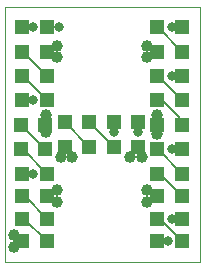
<source format=gtl>
G75*
%MOIN*%
%OFA0B0*%
%FSLAX24Y24*%
%IPPOS*%
%LPD*%
%AMOC8*
5,1,8,0,0,1.08239X$1,22.5*
%
%ADD10C,0.0000*%
%ADD11R,0.0472X0.0472*%
%ADD12C,0.0397*%
%ADD13C,0.0060*%
%ADD14C,0.0317*%
D10*
X002392Y002517D02*
X002392Y011017D01*
X008892Y011017D01*
X008892Y002517D01*
X002392Y002517D01*
D11*
X002976Y003196D03*
X002978Y003954D03*
X002978Y004704D03*
X002978Y005454D03*
X002916Y006267D03*
X002916Y007079D03*
X002978Y007892D03*
X002978Y008704D03*
X002978Y009517D03*
X002978Y010329D03*
X003805Y010329D03*
X003805Y009517D03*
X003805Y008704D03*
X003805Y007892D03*
X004392Y007180D03*
X003743Y007079D03*
X003743Y006267D03*
X004392Y006353D03*
X005204Y006353D03*
X006017Y006353D03*
X006838Y006339D03*
X007478Y006267D03*
X007478Y007079D03*
X006838Y007166D03*
X007478Y007892D03*
X007478Y008704D03*
X007478Y009517D03*
X007478Y010329D03*
X008305Y010329D03*
X008305Y009517D03*
X008305Y008704D03*
X008305Y007892D03*
X008305Y007079D03*
X008305Y006267D03*
X008305Y005454D03*
X008305Y004704D03*
X008305Y003954D03*
X008305Y003204D03*
X007478Y003204D03*
X007478Y003954D03*
X007478Y004704D03*
X007478Y005454D03*
X006017Y007180D03*
X005204Y007180D03*
X003805Y005454D03*
X003805Y004704D03*
X003805Y003954D03*
X003803Y003196D03*
D12*
X002704Y003017D03*
X002704Y003392D03*
X004142Y004517D03*
X004142Y004892D03*
X004267Y006017D03*
X004642Y006017D03*
X003767Y006829D03*
X003767Y007392D03*
X004142Y009329D03*
X004142Y009704D03*
X007142Y009704D03*
X007142Y009329D03*
X007454Y007392D03*
X007454Y006767D03*
X006954Y006017D03*
X006579Y006017D03*
X007142Y004892D03*
X007142Y004517D03*
D13*
X007291Y004517D01*
X007478Y004704D01*
X007579Y004805D01*
X007579Y004892D01*
X007142Y004892D01*
X007478Y005454D02*
X007555Y005454D01*
X008305Y004704D01*
X008305Y003954D02*
X007954Y003954D01*
X007555Y003954D02*
X008305Y003204D01*
X007829Y003204D02*
X007478Y003204D01*
X007478Y003954D02*
X007555Y003954D01*
X008305Y005454D02*
X007493Y006267D01*
X007478Y006267D01*
X007954Y006267D02*
X008305Y006267D01*
X008305Y007079D02*
X008204Y007180D01*
X008204Y007329D01*
X007642Y007892D01*
X007478Y007892D01*
X007454Y007392D02*
X007454Y007103D01*
X007478Y007079D01*
X007454Y007055D01*
X007454Y006767D01*
X006838Y007166D02*
X006829Y007157D01*
X006829Y006829D01*
X006838Y006339D02*
X006579Y006080D01*
X006579Y006017D01*
X006954Y006017D02*
X006954Y006222D01*
X006838Y006339D01*
X006017Y006353D02*
X005204Y007166D01*
X005204Y007180D01*
X004392Y007180D02*
X004392Y007166D01*
X005204Y006353D01*
X004642Y006103D02*
X004642Y006017D01*
X004642Y006103D02*
X004392Y006353D01*
X004267Y006228D01*
X004267Y006017D01*
X003743Y006267D02*
X002930Y007079D01*
X002916Y007079D01*
X002916Y006267D02*
X002993Y006267D01*
X003805Y005454D01*
X003329Y005454D02*
X002978Y005454D01*
X002978Y004704D02*
X003055Y004704D01*
X003805Y003954D01*
X003993Y004517D02*
X003805Y004704D01*
X003993Y004892D01*
X004142Y004892D01*
X004142Y004517D02*
X003993Y004517D01*
X003044Y003954D02*
X003803Y003196D01*
X002976Y003196D02*
X002780Y003392D01*
X002704Y003392D01*
X002976Y003196D02*
X002797Y003017D01*
X002704Y003017D01*
X002978Y003954D02*
X003044Y003954D01*
X003767Y006829D02*
X003767Y007055D01*
X003743Y007079D01*
X003767Y007103D01*
X003767Y007392D01*
X003805Y007892D02*
X002993Y008704D01*
X002978Y008704D01*
X002978Y007892D02*
X003329Y007892D01*
X003805Y008704D02*
X002993Y009517D01*
X002978Y009517D01*
X002978Y010329D02*
X003329Y010329D01*
X003805Y010329D02*
X004204Y010329D01*
X004142Y009704D02*
X003993Y009704D01*
X003805Y009517D01*
X003993Y009329D01*
X004142Y009329D01*
X006017Y007180D02*
X006017Y006829D01*
X007478Y008704D02*
X007493Y008704D01*
X008305Y007892D01*
X008305Y008704D02*
X007954Y008704D01*
X007291Y009329D02*
X007478Y009517D01*
X007291Y009704D01*
X007142Y009704D01*
X007142Y009329D02*
X007291Y009329D01*
X007478Y010329D02*
X007493Y010329D01*
X008305Y009517D01*
X008305Y010329D02*
X007954Y010329D01*
D14*
X007954Y010329D03*
X007954Y008704D03*
X006829Y006829D03*
X006017Y006829D03*
X007954Y006267D03*
X007954Y003954D03*
X007829Y003204D03*
X003329Y005454D03*
X003329Y007892D03*
X003329Y010329D03*
X004204Y010329D03*
M02*

</source>
